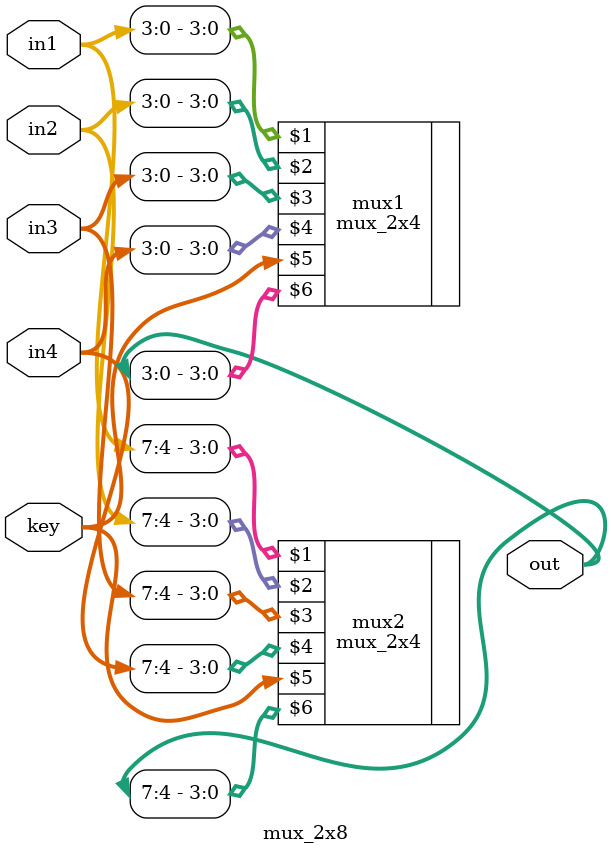
<source format=v>

`ifndef MULTIPLEXER_2X8
`define MULTIPLEXER_2X8

`include "mux_2x4.v"

module mux_2x8 (input [7:0] in1, input [7:0] in2, input [7:0] in3, input [7:0] in4, input [1:0] key, output [7:0] out);

    mux_2x4 mux1(in1[3:0], in2[3:0], in3[3:0], in4[3:0], key, out[3:0]);
    mux_2x4 mux2(in1[7:4], in2[7:4], in3[7:4], in4[7:4], key, out[7:4]);

endmodule

`endif
</source>
